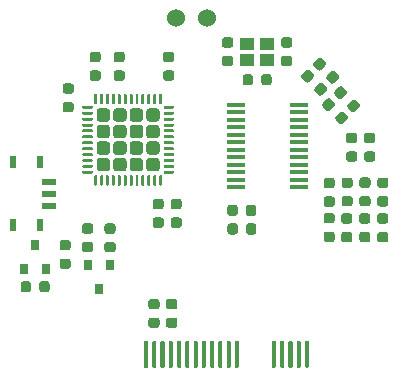
<source format=gbr>
%TF.GenerationSoftware,KiCad,Pcbnew,(5.1.6)-1*%
%TF.CreationDate,2020-12-07T17:57:15+08:00*%
%TF.ProjectId,A1.0,41312e30-2e6b-4696-9361-645f70636258,rev?*%
%TF.SameCoordinates,Original*%
%TF.FileFunction,Paste,Top*%
%TF.FilePolarity,Positive*%
%FSLAX46Y46*%
G04 Gerber Fmt 4.6, Leading zero omitted, Abs format (unit mm)*
G04 Created by KiCad (PCBNEW (5.1.6)-1) date 2020-12-07 17:57:15*
%MOMM*%
%LPD*%
G01*
G04 APERTURE LIST*
%ADD10R,1.150000X1.000000*%
%ADD11R,1.600000X0.410000*%
%ADD12R,0.500000X1.000000*%
%ADD13R,1.300000X0.500000*%
%ADD14R,0.800000X0.900000*%
%ADD15C,1.524000*%
G04 APERTURE END LIST*
%TO.C,C23*%
G36*
G01*
X40319708Y-18875316D02*
X39957316Y-19237709D01*
G75*
G02*
X39647956Y-19237709I-154680J154680D01*
G01*
X39338597Y-18928350D01*
G75*
G02*
X39338597Y-18618990I154680J154680D01*
G01*
X39700990Y-18256597D01*
G75*
G02*
X40010350Y-18256597I154680J-154680D01*
G01*
X40319709Y-18565956D01*
G75*
G02*
X40319709Y-18875316I-154680J-154680D01*
G01*
G37*
G36*
G01*
X41433402Y-19989010D02*
X41071010Y-20351403D01*
G75*
G02*
X40761650Y-20351403I-154680J154680D01*
G01*
X40452291Y-20042044D01*
G75*
G02*
X40452291Y-19732684I154680J154680D01*
G01*
X40814684Y-19370291D01*
G75*
G02*
X41124044Y-19370291I154680J-154680D01*
G01*
X41433403Y-19679650D01*
G75*
G02*
X41433403Y-19989010I-154680J-154680D01*
G01*
G37*
%TD*%
%TO.C,J4*%
G36*
G01*
X38905500Y-43353500D02*
X38905500Y-41228500D01*
G75*
G02*
X38993000Y-41141000I87500J0D01*
G01*
X39168000Y-41141000D01*
G75*
G02*
X39255500Y-41228500I0J-87500D01*
G01*
X39255500Y-43353500D01*
G75*
G02*
X39168000Y-43441000I-87500J0D01*
G01*
X38993000Y-43441000D01*
G75*
G02*
X38905500Y-43353500I0J87500D01*
G01*
G37*
G36*
G01*
X38205500Y-43353500D02*
X38205500Y-41228500D01*
G75*
G02*
X38293000Y-41141000I87500J0D01*
G01*
X38468000Y-41141000D01*
G75*
G02*
X38555500Y-41228500I0J-87500D01*
G01*
X38555500Y-43353500D01*
G75*
G02*
X38468000Y-43441000I-87500J0D01*
G01*
X38293000Y-43441000D01*
G75*
G02*
X38205500Y-43353500I0J87500D01*
G01*
G37*
G36*
G01*
X37505500Y-43353500D02*
X37505500Y-41228500D01*
G75*
G02*
X37593000Y-41141000I87500J0D01*
G01*
X37768000Y-41141000D01*
G75*
G02*
X37855500Y-41228500I0J-87500D01*
G01*
X37855500Y-43353500D01*
G75*
G02*
X37768000Y-43441000I-87500J0D01*
G01*
X37593000Y-43441000D01*
G75*
G02*
X37505500Y-43353500I0J87500D01*
G01*
G37*
G36*
G01*
X39605500Y-43353500D02*
X39605500Y-41228500D01*
G75*
G02*
X39693000Y-41141000I87500J0D01*
G01*
X39868000Y-41141000D01*
G75*
G02*
X39955500Y-41228500I0J-87500D01*
G01*
X39955500Y-43353500D01*
G75*
G02*
X39868000Y-43441000I-87500J0D01*
G01*
X39693000Y-43441000D01*
G75*
G02*
X39605500Y-43353500I0J87500D01*
G01*
G37*
G36*
G01*
X36805500Y-43353500D02*
X36805500Y-41228500D01*
G75*
G02*
X36893000Y-41141000I87500J0D01*
G01*
X37068000Y-41141000D01*
G75*
G02*
X37155500Y-41228500I0J-87500D01*
G01*
X37155500Y-43353500D01*
G75*
G02*
X37068000Y-43441000I-87500J0D01*
G01*
X36893000Y-43441000D01*
G75*
G02*
X36805500Y-43353500I0J87500D01*
G01*
G37*
%TD*%
%TO.C,J1*%
G36*
G01*
X33675000Y-43362500D02*
X33675000Y-41237500D01*
G75*
G02*
X33762500Y-41150000I87500J0D01*
G01*
X33937500Y-41150000D01*
G75*
G02*
X34025000Y-41237500I0J-87500D01*
G01*
X34025000Y-43362500D01*
G75*
G02*
X33937500Y-43450000I-87500J0D01*
G01*
X33762500Y-43450000D01*
G75*
G02*
X33675000Y-43362500I0J87500D01*
G01*
G37*
G36*
G01*
X32975000Y-43362500D02*
X32975000Y-41237500D01*
G75*
G02*
X33062500Y-41150000I87500J0D01*
G01*
X33237500Y-41150000D01*
G75*
G02*
X33325000Y-41237500I0J-87500D01*
G01*
X33325000Y-43362500D01*
G75*
G02*
X33237500Y-43450000I-87500J0D01*
G01*
X33062500Y-43450000D01*
G75*
G02*
X32975000Y-43362500I0J87500D01*
G01*
G37*
G36*
G01*
X32275000Y-43362500D02*
X32275000Y-41237500D01*
G75*
G02*
X32362500Y-41150000I87500J0D01*
G01*
X32537500Y-41150000D01*
G75*
G02*
X32625000Y-41237500I0J-87500D01*
G01*
X32625000Y-43362500D01*
G75*
G02*
X32537500Y-43450000I-87500J0D01*
G01*
X32362500Y-43450000D01*
G75*
G02*
X32275000Y-43362500I0J87500D01*
G01*
G37*
G36*
G01*
X31575000Y-43362500D02*
X31575000Y-41237500D01*
G75*
G02*
X31662500Y-41150000I87500J0D01*
G01*
X31837500Y-41150000D01*
G75*
G02*
X31925000Y-41237500I0J-87500D01*
G01*
X31925000Y-43362500D01*
G75*
G02*
X31837500Y-43450000I-87500J0D01*
G01*
X31662500Y-43450000D01*
G75*
G02*
X31575000Y-43362500I0J87500D01*
G01*
G37*
G36*
G01*
X30875000Y-43362500D02*
X30875000Y-41237500D01*
G75*
G02*
X30962500Y-41150000I87500J0D01*
G01*
X31137500Y-41150000D01*
G75*
G02*
X31225000Y-41237500I0J-87500D01*
G01*
X31225000Y-43362500D01*
G75*
G02*
X31137500Y-43450000I-87500J0D01*
G01*
X30962500Y-43450000D01*
G75*
G02*
X30875000Y-43362500I0J87500D01*
G01*
G37*
G36*
G01*
X25975000Y-43362500D02*
X25975000Y-41237500D01*
G75*
G02*
X26062500Y-41150000I87500J0D01*
G01*
X26237500Y-41150000D01*
G75*
G02*
X26325000Y-41237500I0J-87500D01*
G01*
X26325000Y-43362500D01*
G75*
G02*
X26237500Y-43450000I-87500J0D01*
G01*
X26062500Y-43450000D01*
G75*
G02*
X25975000Y-43362500I0J87500D01*
G01*
G37*
G36*
G01*
X26675000Y-43362500D02*
X26675000Y-41237500D01*
G75*
G02*
X26762500Y-41150000I87500J0D01*
G01*
X26937500Y-41150000D01*
G75*
G02*
X27025000Y-41237500I0J-87500D01*
G01*
X27025000Y-43362500D01*
G75*
G02*
X26937500Y-43450000I-87500J0D01*
G01*
X26762500Y-43450000D01*
G75*
G02*
X26675000Y-43362500I0J87500D01*
G01*
G37*
G36*
G01*
X27375000Y-43362500D02*
X27375000Y-41237500D01*
G75*
G02*
X27462500Y-41150000I87500J0D01*
G01*
X27637500Y-41150000D01*
G75*
G02*
X27725000Y-41237500I0J-87500D01*
G01*
X27725000Y-43362500D01*
G75*
G02*
X27637500Y-43450000I-87500J0D01*
G01*
X27462500Y-43450000D01*
G75*
G02*
X27375000Y-43362500I0J87500D01*
G01*
G37*
G36*
G01*
X28075000Y-43362500D02*
X28075000Y-41237500D01*
G75*
G02*
X28162500Y-41150000I87500J0D01*
G01*
X28337500Y-41150000D01*
G75*
G02*
X28425000Y-41237500I0J-87500D01*
G01*
X28425000Y-43362500D01*
G75*
G02*
X28337500Y-43450000I-87500J0D01*
G01*
X28162500Y-43450000D01*
G75*
G02*
X28075000Y-43362500I0J87500D01*
G01*
G37*
G36*
G01*
X28775000Y-43362500D02*
X28775000Y-41237500D01*
G75*
G02*
X28862500Y-41150000I87500J0D01*
G01*
X29037500Y-41150000D01*
G75*
G02*
X29125000Y-41237500I0J-87500D01*
G01*
X29125000Y-43362500D01*
G75*
G02*
X29037500Y-43450000I-87500J0D01*
G01*
X28862500Y-43450000D01*
G75*
G02*
X28775000Y-43362500I0J87500D01*
G01*
G37*
G36*
G01*
X30175000Y-43362500D02*
X30175000Y-41237500D01*
G75*
G02*
X30262500Y-41150000I87500J0D01*
G01*
X30437500Y-41150000D01*
G75*
G02*
X30525000Y-41237500I0J-87500D01*
G01*
X30525000Y-43362500D01*
G75*
G02*
X30437500Y-43450000I-87500J0D01*
G01*
X30262500Y-43450000D01*
G75*
G02*
X30175000Y-43362500I0J87500D01*
G01*
G37*
G36*
G01*
X29475000Y-43362500D02*
X29475000Y-41237500D01*
G75*
G02*
X29562500Y-41150000I87500J0D01*
G01*
X29737500Y-41150000D01*
G75*
G02*
X29825000Y-41237500I0J-87500D01*
G01*
X29825000Y-43362500D01*
G75*
G02*
X29737500Y-43450000I-87500J0D01*
G01*
X29562500Y-43450000D01*
G75*
G02*
X29475000Y-43362500I0J87500D01*
G01*
G37*
%TD*%
D10*
%TO.C,Y1*%
X34679000Y-15980000D03*
X36429000Y-15980000D03*
X36429000Y-17380000D03*
X34679000Y-17380000D03*
%TD*%
D11*
%TO.C,U3*%
X39103300Y-21145500D03*
X39103300Y-21780500D03*
X39103300Y-22415500D03*
X39103300Y-23050500D03*
X39103300Y-26225500D03*
X39103300Y-26860500D03*
X39103300Y-27495500D03*
X39103300Y-28130500D03*
X33794700Y-28130500D03*
X33794700Y-27495500D03*
X33794700Y-26860500D03*
X33794700Y-26225500D03*
X33794700Y-23050500D03*
X33794700Y-22415500D03*
X33794700Y-21780500D03*
X33794700Y-21145500D03*
X33794700Y-23685500D03*
X33794700Y-24320500D03*
X39103300Y-24320500D03*
X39103300Y-23685500D03*
X33794700Y-24955500D03*
X33794700Y-25590500D03*
X39103300Y-24955500D03*
X39103300Y-25590500D03*
%TD*%
D12*
%TO.C,SW1*%
X14859000Y-31369000D03*
X14858500Y-26035000D03*
X17208500Y-31369000D03*
X17208500Y-26035000D03*
D13*
X17970500Y-27702000D03*
X17970500Y-29702000D03*
X17970500Y-28702000D03*
%TD*%
%TO.C,R8*%
G36*
G01*
X43402250Y-31234000D02*
X42889750Y-31234000D01*
G75*
G02*
X42671000Y-31015250I0J218750D01*
G01*
X42671000Y-30577750D01*
G75*
G02*
X42889750Y-30359000I218750J0D01*
G01*
X43402250Y-30359000D01*
G75*
G02*
X43621000Y-30577750I0J-218750D01*
G01*
X43621000Y-31015250D01*
G75*
G02*
X43402250Y-31234000I-218750J0D01*
G01*
G37*
G36*
G01*
X43402250Y-32809000D02*
X42889750Y-32809000D01*
G75*
G02*
X42671000Y-32590250I0J218750D01*
G01*
X42671000Y-32152750D01*
G75*
G02*
X42889750Y-31934000I218750J0D01*
G01*
X43402250Y-31934000D01*
G75*
G02*
X43621000Y-32152750I0J-218750D01*
G01*
X43621000Y-32590250D01*
G75*
G02*
X43402250Y-32809000I-218750J0D01*
G01*
G37*
%TD*%
%TO.C,R7*%
G36*
G01*
X44942250Y-28194000D02*
X44429750Y-28194000D01*
G75*
G02*
X44211000Y-27975250I0J218750D01*
G01*
X44211000Y-27537750D01*
G75*
G02*
X44429750Y-27319000I218750J0D01*
G01*
X44942250Y-27319000D01*
G75*
G02*
X45161000Y-27537750I0J-218750D01*
G01*
X45161000Y-27975250D01*
G75*
G02*
X44942250Y-28194000I-218750J0D01*
G01*
G37*
G36*
G01*
X44942250Y-29769000D02*
X44429750Y-29769000D01*
G75*
G02*
X44211000Y-29550250I0J218750D01*
G01*
X44211000Y-29112750D01*
G75*
G02*
X44429750Y-28894000I218750J0D01*
G01*
X44942250Y-28894000D01*
G75*
G02*
X45161000Y-29112750I0J-218750D01*
G01*
X45161000Y-29550250D01*
G75*
G02*
X44942250Y-29769000I-218750J0D01*
G01*
G37*
%TD*%
%TO.C,R6*%
G36*
G01*
X45939750Y-31934000D02*
X46452250Y-31934000D01*
G75*
G02*
X46671000Y-32152750I0J-218750D01*
G01*
X46671000Y-32590250D01*
G75*
G02*
X46452250Y-32809000I-218750J0D01*
G01*
X45939750Y-32809000D01*
G75*
G02*
X45721000Y-32590250I0J218750D01*
G01*
X45721000Y-32152750D01*
G75*
G02*
X45939750Y-31934000I218750J0D01*
G01*
G37*
G36*
G01*
X45939750Y-30359000D02*
X46452250Y-30359000D01*
G75*
G02*
X46671000Y-30577750I0J-218750D01*
G01*
X46671000Y-31015250D01*
G75*
G02*
X46452250Y-31234000I-218750J0D01*
G01*
X45939750Y-31234000D01*
G75*
G02*
X45721000Y-31015250I0J218750D01*
G01*
X45721000Y-30577750D01*
G75*
G02*
X45939750Y-30359000I218750J0D01*
G01*
G37*
%TD*%
%TO.C,R5*%
G36*
G01*
X35910000Y-19306250D02*
X35910000Y-18793750D01*
G75*
G02*
X36128750Y-18575000I218750J0D01*
G01*
X36566250Y-18575000D01*
G75*
G02*
X36785000Y-18793750I0J-218750D01*
G01*
X36785000Y-19306250D01*
G75*
G02*
X36566250Y-19525000I-218750J0D01*
G01*
X36128750Y-19525000D01*
G75*
G02*
X35910000Y-19306250I0J218750D01*
G01*
G37*
G36*
G01*
X34335000Y-19306250D02*
X34335000Y-18793750D01*
G75*
G02*
X34553750Y-18575000I218750J0D01*
G01*
X34991250Y-18575000D01*
G75*
G02*
X35210000Y-18793750I0J-218750D01*
G01*
X35210000Y-19306250D01*
G75*
G02*
X34991250Y-19525000I-218750J0D01*
G01*
X34553750Y-19525000D01*
G75*
G02*
X34335000Y-19306250I0J218750D01*
G01*
G37*
%TD*%
%TO.C,C22*%
G36*
G01*
X41335708Y-17859316D02*
X40973316Y-18221709D01*
G75*
G02*
X40663956Y-18221709I-154680J154680D01*
G01*
X40354597Y-17912350D01*
G75*
G02*
X40354597Y-17602990I154680J154680D01*
G01*
X40716990Y-17240597D01*
G75*
G02*
X41026350Y-17240597I154680J-154680D01*
G01*
X41335709Y-17549956D01*
G75*
G02*
X41335709Y-17859316I-154680J-154680D01*
G01*
G37*
G36*
G01*
X42449402Y-18973010D02*
X42087010Y-19335403D01*
G75*
G02*
X41777650Y-19335403I-154680J154680D01*
G01*
X41468291Y-19026044D01*
G75*
G02*
X41468291Y-18716684I154680J154680D01*
G01*
X41830684Y-18354291D01*
G75*
G02*
X42140044Y-18354291I154680J-154680D01*
G01*
X42449403Y-18663650D01*
G75*
G02*
X42449403Y-18973010I-154680J-154680D01*
G01*
G37*
%TD*%
%TO.C,C21*%
G36*
G01*
X42097708Y-21288316D02*
X41735316Y-21650709D01*
G75*
G02*
X41425956Y-21650709I-154680J154680D01*
G01*
X41116597Y-21341350D01*
G75*
G02*
X41116597Y-21031990I154680J154680D01*
G01*
X41478990Y-20669597D01*
G75*
G02*
X41788350Y-20669597I154680J-154680D01*
G01*
X42097709Y-20978956D01*
G75*
G02*
X42097709Y-21288316I-154680J-154680D01*
G01*
G37*
G36*
G01*
X43211402Y-22402010D02*
X42849010Y-22764403D01*
G75*
G02*
X42539650Y-22764403I-154680J154680D01*
G01*
X42230291Y-22455044D01*
G75*
G02*
X42230291Y-22145684I154680J154680D01*
G01*
X42592684Y-21783291D01*
G75*
G02*
X42902044Y-21783291I154680J-154680D01*
G01*
X43211403Y-22092650D01*
G75*
G02*
X43211403Y-22402010I-154680J-154680D01*
G01*
G37*
%TD*%
%TO.C,C20*%
G36*
G01*
X41399750Y-31914000D02*
X41912250Y-31914000D01*
G75*
G02*
X42131000Y-32132750I0J-218750D01*
G01*
X42131000Y-32570250D01*
G75*
G02*
X41912250Y-32789000I-218750J0D01*
G01*
X41399750Y-32789000D01*
G75*
G02*
X41181000Y-32570250I0J218750D01*
G01*
X41181000Y-32132750D01*
G75*
G02*
X41399750Y-31914000I218750J0D01*
G01*
G37*
G36*
G01*
X41399750Y-30339000D02*
X41912250Y-30339000D01*
G75*
G02*
X42131000Y-30557750I0J-218750D01*
G01*
X42131000Y-30995250D01*
G75*
G02*
X41912250Y-31214000I-218750J0D01*
G01*
X41399750Y-31214000D01*
G75*
G02*
X41181000Y-30995250I0J218750D01*
G01*
X41181000Y-30557750D01*
G75*
G02*
X41399750Y-30339000I218750J0D01*
G01*
G37*
%TD*%
%TO.C,C19*%
G36*
G01*
X43113708Y-20272316D02*
X42751316Y-20634709D01*
G75*
G02*
X42441956Y-20634709I-154680J154680D01*
G01*
X42132597Y-20325350D01*
G75*
G02*
X42132597Y-20015990I154680J154680D01*
G01*
X42494990Y-19653597D01*
G75*
G02*
X42804350Y-19653597I154680J-154680D01*
G01*
X43113709Y-19962956D01*
G75*
G02*
X43113709Y-20272316I-154680J-154680D01*
G01*
G37*
G36*
G01*
X44227402Y-21386010D02*
X43865010Y-21748403D01*
G75*
G02*
X43555650Y-21748403I-154680J154680D01*
G01*
X43246291Y-21439044D01*
G75*
G02*
X43246291Y-21129684I154680J154680D01*
G01*
X43608684Y-20767291D01*
G75*
G02*
X43918044Y-20767291I154680J-154680D01*
G01*
X44227403Y-21076650D01*
G75*
G02*
X44227403Y-21386010I-154680J-154680D01*
G01*
G37*
%TD*%
%TO.C,C18*%
G36*
G01*
X44419750Y-31924000D02*
X44932250Y-31924000D01*
G75*
G02*
X45151000Y-32142750I0J-218750D01*
G01*
X45151000Y-32580250D01*
G75*
G02*
X44932250Y-32799000I-218750J0D01*
G01*
X44419750Y-32799000D01*
G75*
G02*
X44201000Y-32580250I0J218750D01*
G01*
X44201000Y-32142750D01*
G75*
G02*
X44419750Y-31924000I218750J0D01*
G01*
G37*
G36*
G01*
X44419750Y-30349000D02*
X44932250Y-30349000D01*
G75*
G02*
X45151000Y-30567750I0J-218750D01*
G01*
X45151000Y-31005250D01*
G75*
G02*
X44932250Y-31224000I-218750J0D01*
G01*
X44419750Y-31224000D01*
G75*
G02*
X44201000Y-31005250I0J218750D01*
G01*
X44201000Y-30567750D01*
G75*
G02*
X44419750Y-30349000I218750J0D01*
G01*
G37*
%TD*%
%TO.C,C17*%
G36*
G01*
X45341250Y-24415000D02*
X44828750Y-24415000D01*
G75*
G02*
X44610000Y-24196250I0J218750D01*
G01*
X44610000Y-23758750D01*
G75*
G02*
X44828750Y-23540000I218750J0D01*
G01*
X45341250Y-23540000D01*
G75*
G02*
X45560000Y-23758750I0J-218750D01*
G01*
X45560000Y-24196250D01*
G75*
G02*
X45341250Y-24415000I-218750J0D01*
G01*
G37*
G36*
G01*
X45341250Y-25990000D02*
X44828750Y-25990000D01*
G75*
G02*
X44610000Y-25771250I0J218750D01*
G01*
X44610000Y-25333750D01*
G75*
G02*
X44828750Y-25115000I218750J0D01*
G01*
X45341250Y-25115000D01*
G75*
G02*
X45560000Y-25333750I0J-218750D01*
G01*
X45560000Y-25771250D01*
G75*
G02*
X45341250Y-25990000I-218750J0D01*
G01*
G37*
%TD*%
%TO.C,C16*%
G36*
G01*
X32797750Y-17030000D02*
X33310250Y-17030000D01*
G75*
G02*
X33529000Y-17248750I0J-218750D01*
G01*
X33529000Y-17686250D01*
G75*
G02*
X33310250Y-17905000I-218750J0D01*
G01*
X32797750Y-17905000D01*
G75*
G02*
X32579000Y-17686250I0J218750D01*
G01*
X32579000Y-17248750D01*
G75*
G02*
X32797750Y-17030000I218750J0D01*
G01*
G37*
G36*
G01*
X32797750Y-15455000D02*
X33310250Y-15455000D01*
G75*
G02*
X33529000Y-15673750I0J-218750D01*
G01*
X33529000Y-16111250D01*
G75*
G02*
X33310250Y-16330000I-218750J0D01*
G01*
X32797750Y-16330000D01*
G75*
G02*
X32579000Y-16111250I0J218750D01*
G01*
X32579000Y-15673750D01*
G75*
G02*
X32797750Y-15455000I218750J0D01*
G01*
G37*
%TD*%
%TO.C,C15*%
G36*
G01*
X38310250Y-16330000D02*
X37797750Y-16330000D01*
G75*
G02*
X37579000Y-16111250I0J218750D01*
G01*
X37579000Y-15673750D01*
G75*
G02*
X37797750Y-15455000I218750J0D01*
G01*
X38310250Y-15455000D01*
G75*
G02*
X38529000Y-15673750I0J-218750D01*
G01*
X38529000Y-16111250D01*
G75*
G02*
X38310250Y-16330000I-218750J0D01*
G01*
G37*
G36*
G01*
X38310250Y-17905000D02*
X37797750Y-17905000D01*
G75*
G02*
X37579000Y-17686250I0J218750D01*
G01*
X37579000Y-17248750D01*
G75*
G02*
X37797750Y-17030000I218750J0D01*
G01*
X38310250Y-17030000D01*
G75*
G02*
X38529000Y-17248750I0J-218750D01*
G01*
X38529000Y-17686250D01*
G75*
G02*
X38310250Y-17905000I-218750J0D01*
G01*
G37*
%TD*%
%TO.C,C14*%
G36*
G01*
X43817250Y-24415000D02*
X43304750Y-24415000D01*
G75*
G02*
X43086000Y-24196250I0J218750D01*
G01*
X43086000Y-23758750D01*
G75*
G02*
X43304750Y-23540000I218750J0D01*
G01*
X43817250Y-23540000D01*
G75*
G02*
X44036000Y-23758750I0J-218750D01*
G01*
X44036000Y-24196250D01*
G75*
G02*
X43817250Y-24415000I-218750J0D01*
G01*
G37*
G36*
G01*
X43817250Y-25990000D02*
X43304750Y-25990000D01*
G75*
G02*
X43086000Y-25771250I0J218750D01*
G01*
X43086000Y-25333750D01*
G75*
G02*
X43304750Y-25115000I218750J0D01*
G01*
X43817250Y-25115000D01*
G75*
G02*
X44036000Y-25333750I0J-218750D01*
G01*
X44036000Y-25771250D01*
G75*
G02*
X43817250Y-25990000I-218750J0D01*
G01*
G37*
%TD*%
%TO.C,C13*%
G36*
G01*
X42923750Y-28899500D02*
X43436250Y-28899500D01*
G75*
G02*
X43655000Y-29118250I0J-218750D01*
G01*
X43655000Y-29555750D01*
G75*
G02*
X43436250Y-29774500I-218750J0D01*
G01*
X42923750Y-29774500D01*
G75*
G02*
X42705000Y-29555750I0J218750D01*
G01*
X42705000Y-29118250D01*
G75*
G02*
X42923750Y-28899500I218750J0D01*
G01*
G37*
G36*
G01*
X42923750Y-27324500D02*
X43436250Y-27324500D01*
G75*
G02*
X43655000Y-27543250I0J-218750D01*
G01*
X43655000Y-27980750D01*
G75*
G02*
X43436250Y-28199500I-218750J0D01*
G01*
X42923750Y-28199500D01*
G75*
G02*
X42705000Y-27980750I0J218750D01*
G01*
X42705000Y-27543250D01*
G75*
G02*
X42923750Y-27324500I218750J0D01*
G01*
G37*
%TD*%
%TO.C,C12*%
G36*
G01*
X41399750Y-28925000D02*
X41912250Y-28925000D01*
G75*
G02*
X42131000Y-29143750I0J-218750D01*
G01*
X42131000Y-29581250D01*
G75*
G02*
X41912250Y-29800000I-218750J0D01*
G01*
X41399750Y-29800000D01*
G75*
G02*
X41181000Y-29581250I0J218750D01*
G01*
X41181000Y-29143750D01*
G75*
G02*
X41399750Y-28925000I218750J0D01*
G01*
G37*
G36*
G01*
X41399750Y-27350000D02*
X41912250Y-27350000D01*
G75*
G02*
X42131000Y-27568750I0J-218750D01*
G01*
X42131000Y-28006250D01*
G75*
G02*
X41912250Y-28225000I-218750J0D01*
G01*
X41399750Y-28225000D01*
G75*
G02*
X41181000Y-28006250I0J218750D01*
G01*
X41181000Y-27568750D01*
G75*
G02*
X41399750Y-27350000I218750J0D01*
G01*
G37*
%TD*%
%TO.C,C11*%
G36*
G01*
X46462250Y-28204000D02*
X45949750Y-28204000D01*
G75*
G02*
X45731000Y-27985250I0J218750D01*
G01*
X45731000Y-27547750D01*
G75*
G02*
X45949750Y-27329000I218750J0D01*
G01*
X46462250Y-27329000D01*
G75*
G02*
X46681000Y-27547750I0J-218750D01*
G01*
X46681000Y-27985250D01*
G75*
G02*
X46462250Y-28204000I-218750J0D01*
G01*
G37*
G36*
G01*
X46462250Y-29779000D02*
X45949750Y-29779000D01*
G75*
G02*
X45731000Y-29560250I0J218750D01*
G01*
X45731000Y-29122750D01*
G75*
G02*
X45949750Y-28904000I218750J0D01*
G01*
X46462250Y-28904000D01*
G75*
G02*
X46681000Y-29122750I0J-218750D01*
G01*
X46681000Y-29560250D01*
G75*
G02*
X46462250Y-29779000I-218750J0D01*
G01*
G37*
%TD*%
%TO.C,C10*%
G36*
G01*
X34623000Y-31935250D02*
X34623000Y-31422750D01*
G75*
G02*
X34841750Y-31204000I218750J0D01*
G01*
X35279250Y-31204000D01*
G75*
G02*
X35498000Y-31422750I0J-218750D01*
G01*
X35498000Y-31935250D01*
G75*
G02*
X35279250Y-32154000I-218750J0D01*
G01*
X34841750Y-32154000D01*
G75*
G02*
X34623000Y-31935250I0J218750D01*
G01*
G37*
G36*
G01*
X33048000Y-31935250D02*
X33048000Y-31422750D01*
G75*
G02*
X33266750Y-31204000I218750J0D01*
G01*
X33704250Y-31204000D01*
G75*
G02*
X33923000Y-31422750I0J-218750D01*
G01*
X33923000Y-31935250D01*
G75*
G02*
X33704250Y-32154000I-218750J0D01*
G01*
X33266750Y-32154000D01*
G75*
G02*
X33048000Y-31935250I0J218750D01*
G01*
G37*
%TD*%
%TO.C,C9*%
G36*
G01*
X34613000Y-30365250D02*
X34613000Y-29852750D01*
G75*
G02*
X34831750Y-29634000I218750J0D01*
G01*
X35269250Y-29634000D01*
G75*
G02*
X35488000Y-29852750I0J-218750D01*
G01*
X35488000Y-30365250D01*
G75*
G02*
X35269250Y-30584000I-218750J0D01*
G01*
X34831750Y-30584000D01*
G75*
G02*
X34613000Y-30365250I0J218750D01*
G01*
G37*
G36*
G01*
X33038000Y-30365250D02*
X33038000Y-29852750D01*
G75*
G02*
X33256750Y-29634000I218750J0D01*
G01*
X33694250Y-29634000D01*
G75*
G02*
X33913000Y-29852750I0J-218750D01*
G01*
X33913000Y-30365250D01*
G75*
G02*
X33694250Y-30584000I-218750J0D01*
G01*
X33256750Y-30584000D01*
G75*
G02*
X33038000Y-30365250I0J218750D01*
G01*
G37*
%TD*%
D14*
%TO.C,U2*%
X16764000Y-33036000D03*
X17714000Y-35036000D03*
X15814000Y-35036000D03*
%TD*%
%TO.C,U1*%
G36*
G01*
X26173000Y-26545000D02*
X26173000Y-25915000D01*
G75*
G02*
X26423000Y-25665000I250000J0D01*
G01*
X27053000Y-25665000D01*
G75*
G02*
X27303000Y-25915000I0J-250000D01*
G01*
X27303000Y-26545000D01*
G75*
G02*
X27053000Y-26795000I-250000J0D01*
G01*
X26423000Y-26795000D01*
G75*
G02*
X26173000Y-26545000I0J250000D01*
G01*
G37*
G36*
G01*
X26173000Y-25145000D02*
X26173000Y-24515000D01*
G75*
G02*
X26423000Y-24265000I250000J0D01*
G01*
X27053000Y-24265000D01*
G75*
G02*
X27303000Y-24515000I0J-250000D01*
G01*
X27303000Y-25145000D01*
G75*
G02*
X27053000Y-25395000I-250000J0D01*
G01*
X26423000Y-25395000D01*
G75*
G02*
X26173000Y-25145000I0J250000D01*
G01*
G37*
G36*
G01*
X26173000Y-23745000D02*
X26173000Y-23115000D01*
G75*
G02*
X26423000Y-22865000I250000J0D01*
G01*
X27053000Y-22865000D01*
G75*
G02*
X27303000Y-23115000I0J-250000D01*
G01*
X27303000Y-23745000D01*
G75*
G02*
X27053000Y-23995000I-250000J0D01*
G01*
X26423000Y-23995000D01*
G75*
G02*
X26173000Y-23745000I0J250000D01*
G01*
G37*
G36*
G01*
X26173000Y-22345000D02*
X26173000Y-21715000D01*
G75*
G02*
X26423000Y-21465000I250000J0D01*
G01*
X27053000Y-21465000D01*
G75*
G02*
X27303000Y-21715000I0J-250000D01*
G01*
X27303000Y-22345000D01*
G75*
G02*
X27053000Y-22595000I-250000J0D01*
G01*
X26423000Y-22595000D01*
G75*
G02*
X26173000Y-22345000I0J250000D01*
G01*
G37*
G36*
G01*
X24773000Y-26545000D02*
X24773000Y-25915000D01*
G75*
G02*
X25023000Y-25665000I250000J0D01*
G01*
X25653000Y-25665000D01*
G75*
G02*
X25903000Y-25915000I0J-250000D01*
G01*
X25903000Y-26545000D01*
G75*
G02*
X25653000Y-26795000I-250000J0D01*
G01*
X25023000Y-26795000D01*
G75*
G02*
X24773000Y-26545000I0J250000D01*
G01*
G37*
G36*
G01*
X24773000Y-25145000D02*
X24773000Y-24515000D01*
G75*
G02*
X25023000Y-24265000I250000J0D01*
G01*
X25653000Y-24265000D01*
G75*
G02*
X25903000Y-24515000I0J-250000D01*
G01*
X25903000Y-25145000D01*
G75*
G02*
X25653000Y-25395000I-250000J0D01*
G01*
X25023000Y-25395000D01*
G75*
G02*
X24773000Y-25145000I0J250000D01*
G01*
G37*
G36*
G01*
X24773000Y-23745000D02*
X24773000Y-23115000D01*
G75*
G02*
X25023000Y-22865000I250000J0D01*
G01*
X25653000Y-22865000D01*
G75*
G02*
X25903000Y-23115000I0J-250000D01*
G01*
X25903000Y-23745000D01*
G75*
G02*
X25653000Y-23995000I-250000J0D01*
G01*
X25023000Y-23995000D01*
G75*
G02*
X24773000Y-23745000I0J250000D01*
G01*
G37*
G36*
G01*
X24773000Y-22345000D02*
X24773000Y-21715000D01*
G75*
G02*
X25023000Y-21465000I250000J0D01*
G01*
X25653000Y-21465000D01*
G75*
G02*
X25903000Y-21715000I0J-250000D01*
G01*
X25903000Y-22345000D01*
G75*
G02*
X25653000Y-22595000I-250000J0D01*
G01*
X25023000Y-22595000D01*
G75*
G02*
X24773000Y-22345000I0J250000D01*
G01*
G37*
G36*
G01*
X23373000Y-26545000D02*
X23373000Y-25915000D01*
G75*
G02*
X23623000Y-25665000I250000J0D01*
G01*
X24253000Y-25665000D01*
G75*
G02*
X24503000Y-25915000I0J-250000D01*
G01*
X24503000Y-26545000D01*
G75*
G02*
X24253000Y-26795000I-250000J0D01*
G01*
X23623000Y-26795000D01*
G75*
G02*
X23373000Y-26545000I0J250000D01*
G01*
G37*
G36*
G01*
X23373000Y-25145000D02*
X23373000Y-24515000D01*
G75*
G02*
X23623000Y-24265000I250000J0D01*
G01*
X24253000Y-24265000D01*
G75*
G02*
X24503000Y-24515000I0J-250000D01*
G01*
X24503000Y-25145000D01*
G75*
G02*
X24253000Y-25395000I-250000J0D01*
G01*
X23623000Y-25395000D01*
G75*
G02*
X23373000Y-25145000I0J250000D01*
G01*
G37*
G36*
G01*
X23373000Y-23745000D02*
X23373000Y-23115000D01*
G75*
G02*
X23623000Y-22865000I250000J0D01*
G01*
X24253000Y-22865000D01*
G75*
G02*
X24503000Y-23115000I0J-250000D01*
G01*
X24503000Y-23745000D01*
G75*
G02*
X24253000Y-23995000I-250000J0D01*
G01*
X23623000Y-23995000D01*
G75*
G02*
X23373000Y-23745000I0J250000D01*
G01*
G37*
G36*
G01*
X23373000Y-22345000D02*
X23373000Y-21715000D01*
G75*
G02*
X23623000Y-21465000I250000J0D01*
G01*
X24253000Y-21465000D01*
G75*
G02*
X24503000Y-21715000I0J-250000D01*
G01*
X24503000Y-22345000D01*
G75*
G02*
X24253000Y-22595000I-250000J0D01*
G01*
X23623000Y-22595000D01*
G75*
G02*
X23373000Y-22345000I0J250000D01*
G01*
G37*
G36*
G01*
X21973000Y-26545000D02*
X21973000Y-25915000D01*
G75*
G02*
X22223000Y-25665000I250000J0D01*
G01*
X22853000Y-25665000D01*
G75*
G02*
X23103000Y-25915000I0J-250000D01*
G01*
X23103000Y-26545000D01*
G75*
G02*
X22853000Y-26795000I-250000J0D01*
G01*
X22223000Y-26795000D01*
G75*
G02*
X21973000Y-26545000I0J250000D01*
G01*
G37*
G36*
G01*
X21973000Y-25145000D02*
X21973000Y-24515000D01*
G75*
G02*
X22223000Y-24265000I250000J0D01*
G01*
X22853000Y-24265000D01*
G75*
G02*
X23103000Y-24515000I0J-250000D01*
G01*
X23103000Y-25145000D01*
G75*
G02*
X22853000Y-25395000I-250000J0D01*
G01*
X22223000Y-25395000D01*
G75*
G02*
X21973000Y-25145000I0J250000D01*
G01*
G37*
G36*
G01*
X21973000Y-23745000D02*
X21973000Y-23115000D01*
G75*
G02*
X22223000Y-22865000I250000J0D01*
G01*
X22853000Y-22865000D01*
G75*
G02*
X23103000Y-23115000I0J-250000D01*
G01*
X23103000Y-23745000D01*
G75*
G02*
X22853000Y-23995000I-250000J0D01*
G01*
X22223000Y-23995000D01*
G75*
G02*
X21973000Y-23745000I0J250000D01*
G01*
G37*
G36*
G01*
X21973000Y-22345000D02*
X21973000Y-21715000D01*
G75*
G02*
X22223000Y-21465000I250000J0D01*
G01*
X22853000Y-21465000D01*
G75*
G02*
X23103000Y-21715000I0J-250000D01*
G01*
X23103000Y-22345000D01*
G75*
G02*
X22853000Y-22595000I-250000J0D01*
G01*
X22223000Y-22595000D01*
G75*
G02*
X21973000Y-22345000I0J250000D01*
G01*
G37*
G36*
G01*
X21763000Y-21067500D02*
X21763000Y-20317500D01*
G75*
G02*
X21825500Y-20255000I62500J0D01*
G01*
X21950500Y-20255000D01*
G75*
G02*
X22013000Y-20317500I0J-62500D01*
G01*
X22013000Y-21067500D01*
G75*
G02*
X21950500Y-21130000I-62500J0D01*
G01*
X21825500Y-21130000D01*
G75*
G02*
X21763000Y-21067500I0J62500D01*
G01*
G37*
G36*
G01*
X22263000Y-21067500D02*
X22263000Y-20317500D01*
G75*
G02*
X22325500Y-20255000I62500J0D01*
G01*
X22450500Y-20255000D01*
G75*
G02*
X22513000Y-20317500I0J-62500D01*
G01*
X22513000Y-21067500D01*
G75*
G02*
X22450500Y-21130000I-62500J0D01*
G01*
X22325500Y-21130000D01*
G75*
G02*
X22263000Y-21067500I0J62500D01*
G01*
G37*
G36*
G01*
X22763000Y-21067500D02*
X22763000Y-20317500D01*
G75*
G02*
X22825500Y-20255000I62500J0D01*
G01*
X22950500Y-20255000D01*
G75*
G02*
X23013000Y-20317500I0J-62500D01*
G01*
X23013000Y-21067500D01*
G75*
G02*
X22950500Y-21130000I-62500J0D01*
G01*
X22825500Y-21130000D01*
G75*
G02*
X22763000Y-21067500I0J62500D01*
G01*
G37*
G36*
G01*
X23263000Y-21067500D02*
X23263000Y-20317500D01*
G75*
G02*
X23325500Y-20255000I62500J0D01*
G01*
X23450500Y-20255000D01*
G75*
G02*
X23513000Y-20317500I0J-62500D01*
G01*
X23513000Y-21067500D01*
G75*
G02*
X23450500Y-21130000I-62500J0D01*
G01*
X23325500Y-21130000D01*
G75*
G02*
X23263000Y-21067500I0J62500D01*
G01*
G37*
G36*
G01*
X23763000Y-21067500D02*
X23763000Y-20317500D01*
G75*
G02*
X23825500Y-20255000I62500J0D01*
G01*
X23950500Y-20255000D01*
G75*
G02*
X24013000Y-20317500I0J-62500D01*
G01*
X24013000Y-21067500D01*
G75*
G02*
X23950500Y-21130000I-62500J0D01*
G01*
X23825500Y-21130000D01*
G75*
G02*
X23763000Y-21067500I0J62500D01*
G01*
G37*
G36*
G01*
X24263000Y-21067500D02*
X24263000Y-20317500D01*
G75*
G02*
X24325500Y-20255000I62500J0D01*
G01*
X24450500Y-20255000D01*
G75*
G02*
X24513000Y-20317500I0J-62500D01*
G01*
X24513000Y-21067500D01*
G75*
G02*
X24450500Y-21130000I-62500J0D01*
G01*
X24325500Y-21130000D01*
G75*
G02*
X24263000Y-21067500I0J62500D01*
G01*
G37*
G36*
G01*
X24763000Y-21067500D02*
X24763000Y-20317500D01*
G75*
G02*
X24825500Y-20255000I62500J0D01*
G01*
X24950500Y-20255000D01*
G75*
G02*
X25013000Y-20317500I0J-62500D01*
G01*
X25013000Y-21067500D01*
G75*
G02*
X24950500Y-21130000I-62500J0D01*
G01*
X24825500Y-21130000D01*
G75*
G02*
X24763000Y-21067500I0J62500D01*
G01*
G37*
G36*
G01*
X25263000Y-21067500D02*
X25263000Y-20317500D01*
G75*
G02*
X25325500Y-20255000I62500J0D01*
G01*
X25450500Y-20255000D01*
G75*
G02*
X25513000Y-20317500I0J-62500D01*
G01*
X25513000Y-21067500D01*
G75*
G02*
X25450500Y-21130000I-62500J0D01*
G01*
X25325500Y-21130000D01*
G75*
G02*
X25263000Y-21067500I0J62500D01*
G01*
G37*
G36*
G01*
X25763000Y-21067500D02*
X25763000Y-20317500D01*
G75*
G02*
X25825500Y-20255000I62500J0D01*
G01*
X25950500Y-20255000D01*
G75*
G02*
X26013000Y-20317500I0J-62500D01*
G01*
X26013000Y-21067500D01*
G75*
G02*
X25950500Y-21130000I-62500J0D01*
G01*
X25825500Y-21130000D01*
G75*
G02*
X25763000Y-21067500I0J62500D01*
G01*
G37*
G36*
G01*
X26263000Y-21067500D02*
X26263000Y-20317500D01*
G75*
G02*
X26325500Y-20255000I62500J0D01*
G01*
X26450500Y-20255000D01*
G75*
G02*
X26513000Y-20317500I0J-62500D01*
G01*
X26513000Y-21067500D01*
G75*
G02*
X26450500Y-21130000I-62500J0D01*
G01*
X26325500Y-21130000D01*
G75*
G02*
X26263000Y-21067500I0J62500D01*
G01*
G37*
G36*
G01*
X26763000Y-21067500D02*
X26763000Y-20317500D01*
G75*
G02*
X26825500Y-20255000I62500J0D01*
G01*
X26950500Y-20255000D01*
G75*
G02*
X27013000Y-20317500I0J-62500D01*
G01*
X27013000Y-21067500D01*
G75*
G02*
X26950500Y-21130000I-62500J0D01*
G01*
X26825500Y-21130000D01*
G75*
G02*
X26763000Y-21067500I0J62500D01*
G01*
G37*
G36*
G01*
X27263000Y-21067500D02*
X27263000Y-20317500D01*
G75*
G02*
X27325500Y-20255000I62500J0D01*
G01*
X27450500Y-20255000D01*
G75*
G02*
X27513000Y-20317500I0J-62500D01*
G01*
X27513000Y-21067500D01*
G75*
G02*
X27450500Y-21130000I-62500J0D01*
G01*
X27325500Y-21130000D01*
G75*
G02*
X27263000Y-21067500I0J62500D01*
G01*
G37*
G36*
G01*
X27638000Y-21442500D02*
X27638000Y-21317500D01*
G75*
G02*
X27700500Y-21255000I62500J0D01*
G01*
X28450500Y-21255000D01*
G75*
G02*
X28513000Y-21317500I0J-62500D01*
G01*
X28513000Y-21442500D01*
G75*
G02*
X28450500Y-21505000I-62500J0D01*
G01*
X27700500Y-21505000D01*
G75*
G02*
X27638000Y-21442500I0J62500D01*
G01*
G37*
G36*
G01*
X27638000Y-21942500D02*
X27638000Y-21817500D01*
G75*
G02*
X27700500Y-21755000I62500J0D01*
G01*
X28450500Y-21755000D01*
G75*
G02*
X28513000Y-21817500I0J-62500D01*
G01*
X28513000Y-21942500D01*
G75*
G02*
X28450500Y-22005000I-62500J0D01*
G01*
X27700500Y-22005000D01*
G75*
G02*
X27638000Y-21942500I0J62500D01*
G01*
G37*
G36*
G01*
X27638000Y-22442500D02*
X27638000Y-22317500D01*
G75*
G02*
X27700500Y-22255000I62500J0D01*
G01*
X28450500Y-22255000D01*
G75*
G02*
X28513000Y-22317500I0J-62500D01*
G01*
X28513000Y-22442500D01*
G75*
G02*
X28450500Y-22505000I-62500J0D01*
G01*
X27700500Y-22505000D01*
G75*
G02*
X27638000Y-22442500I0J62500D01*
G01*
G37*
G36*
G01*
X27638000Y-22942500D02*
X27638000Y-22817500D01*
G75*
G02*
X27700500Y-22755000I62500J0D01*
G01*
X28450500Y-22755000D01*
G75*
G02*
X28513000Y-22817500I0J-62500D01*
G01*
X28513000Y-22942500D01*
G75*
G02*
X28450500Y-23005000I-62500J0D01*
G01*
X27700500Y-23005000D01*
G75*
G02*
X27638000Y-22942500I0J62500D01*
G01*
G37*
G36*
G01*
X27638000Y-23442500D02*
X27638000Y-23317500D01*
G75*
G02*
X27700500Y-23255000I62500J0D01*
G01*
X28450500Y-23255000D01*
G75*
G02*
X28513000Y-23317500I0J-62500D01*
G01*
X28513000Y-23442500D01*
G75*
G02*
X28450500Y-23505000I-62500J0D01*
G01*
X27700500Y-23505000D01*
G75*
G02*
X27638000Y-23442500I0J62500D01*
G01*
G37*
G36*
G01*
X27638000Y-23942500D02*
X27638000Y-23817500D01*
G75*
G02*
X27700500Y-23755000I62500J0D01*
G01*
X28450500Y-23755000D01*
G75*
G02*
X28513000Y-23817500I0J-62500D01*
G01*
X28513000Y-23942500D01*
G75*
G02*
X28450500Y-24005000I-62500J0D01*
G01*
X27700500Y-24005000D01*
G75*
G02*
X27638000Y-23942500I0J62500D01*
G01*
G37*
G36*
G01*
X27638000Y-24442500D02*
X27638000Y-24317500D01*
G75*
G02*
X27700500Y-24255000I62500J0D01*
G01*
X28450500Y-24255000D01*
G75*
G02*
X28513000Y-24317500I0J-62500D01*
G01*
X28513000Y-24442500D01*
G75*
G02*
X28450500Y-24505000I-62500J0D01*
G01*
X27700500Y-24505000D01*
G75*
G02*
X27638000Y-24442500I0J62500D01*
G01*
G37*
G36*
G01*
X27638000Y-24942500D02*
X27638000Y-24817500D01*
G75*
G02*
X27700500Y-24755000I62500J0D01*
G01*
X28450500Y-24755000D01*
G75*
G02*
X28513000Y-24817500I0J-62500D01*
G01*
X28513000Y-24942500D01*
G75*
G02*
X28450500Y-25005000I-62500J0D01*
G01*
X27700500Y-25005000D01*
G75*
G02*
X27638000Y-24942500I0J62500D01*
G01*
G37*
G36*
G01*
X27638000Y-25442500D02*
X27638000Y-25317500D01*
G75*
G02*
X27700500Y-25255000I62500J0D01*
G01*
X28450500Y-25255000D01*
G75*
G02*
X28513000Y-25317500I0J-62500D01*
G01*
X28513000Y-25442500D01*
G75*
G02*
X28450500Y-25505000I-62500J0D01*
G01*
X27700500Y-25505000D01*
G75*
G02*
X27638000Y-25442500I0J62500D01*
G01*
G37*
G36*
G01*
X27638000Y-25942500D02*
X27638000Y-25817500D01*
G75*
G02*
X27700500Y-25755000I62500J0D01*
G01*
X28450500Y-25755000D01*
G75*
G02*
X28513000Y-25817500I0J-62500D01*
G01*
X28513000Y-25942500D01*
G75*
G02*
X28450500Y-26005000I-62500J0D01*
G01*
X27700500Y-26005000D01*
G75*
G02*
X27638000Y-25942500I0J62500D01*
G01*
G37*
G36*
G01*
X27638000Y-26442500D02*
X27638000Y-26317500D01*
G75*
G02*
X27700500Y-26255000I62500J0D01*
G01*
X28450500Y-26255000D01*
G75*
G02*
X28513000Y-26317500I0J-62500D01*
G01*
X28513000Y-26442500D01*
G75*
G02*
X28450500Y-26505000I-62500J0D01*
G01*
X27700500Y-26505000D01*
G75*
G02*
X27638000Y-26442500I0J62500D01*
G01*
G37*
G36*
G01*
X27638000Y-26942500D02*
X27638000Y-26817500D01*
G75*
G02*
X27700500Y-26755000I62500J0D01*
G01*
X28450500Y-26755000D01*
G75*
G02*
X28513000Y-26817500I0J-62500D01*
G01*
X28513000Y-26942500D01*
G75*
G02*
X28450500Y-27005000I-62500J0D01*
G01*
X27700500Y-27005000D01*
G75*
G02*
X27638000Y-26942500I0J62500D01*
G01*
G37*
G36*
G01*
X27263000Y-27942500D02*
X27263000Y-27192500D01*
G75*
G02*
X27325500Y-27130000I62500J0D01*
G01*
X27450500Y-27130000D01*
G75*
G02*
X27513000Y-27192500I0J-62500D01*
G01*
X27513000Y-27942500D01*
G75*
G02*
X27450500Y-28005000I-62500J0D01*
G01*
X27325500Y-28005000D01*
G75*
G02*
X27263000Y-27942500I0J62500D01*
G01*
G37*
G36*
G01*
X26763000Y-27942500D02*
X26763000Y-27192500D01*
G75*
G02*
X26825500Y-27130000I62500J0D01*
G01*
X26950500Y-27130000D01*
G75*
G02*
X27013000Y-27192500I0J-62500D01*
G01*
X27013000Y-27942500D01*
G75*
G02*
X26950500Y-28005000I-62500J0D01*
G01*
X26825500Y-28005000D01*
G75*
G02*
X26763000Y-27942500I0J62500D01*
G01*
G37*
G36*
G01*
X26263000Y-27942500D02*
X26263000Y-27192500D01*
G75*
G02*
X26325500Y-27130000I62500J0D01*
G01*
X26450500Y-27130000D01*
G75*
G02*
X26513000Y-27192500I0J-62500D01*
G01*
X26513000Y-27942500D01*
G75*
G02*
X26450500Y-28005000I-62500J0D01*
G01*
X26325500Y-28005000D01*
G75*
G02*
X26263000Y-27942500I0J62500D01*
G01*
G37*
G36*
G01*
X25763000Y-27942500D02*
X25763000Y-27192500D01*
G75*
G02*
X25825500Y-27130000I62500J0D01*
G01*
X25950500Y-27130000D01*
G75*
G02*
X26013000Y-27192500I0J-62500D01*
G01*
X26013000Y-27942500D01*
G75*
G02*
X25950500Y-28005000I-62500J0D01*
G01*
X25825500Y-28005000D01*
G75*
G02*
X25763000Y-27942500I0J62500D01*
G01*
G37*
G36*
G01*
X25263000Y-27942500D02*
X25263000Y-27192500D01*
G75*
G02*
X25325500Y-27130000I62500J0D01*
G01*
X25450500Y-27130000D01*
G75*
G02*
X25513000Y-27192500I0J-62500D01*
G01*
X25513000Y-27942500D01*
G75*
G02*
X25450500Y-28005000I-62500J0D01*
G01*
X25325500Y-28005000D01*
G75*
G02*
X25263000Y-27942500I0J62500D01*
G01*
G37*
G36*
G01*
X24763000Y-27942500D02*
X24763000Y-27192500D01*
G75*
G02*
X24825500Y-27130000I62500J0D01*
G01*
X24950500Y-27130000D01*
G75*
G02*
X25013000Y-27192500I0J-62500D01*
G01*
X25013000Y-27942500D01*
G75*
G02*
X24950500Y-28005000I-62500J0D01*
G01*
X24825500Y-28005000D01*
G75*
G02*
X24763000Y-27942500I0J62500D01*
G01*
G37*
G36*
G01*
X24263000Y-27942500D02*
X24263000Y-27192500D01*
G75*
G02*
X24325500Y-27130000I62500J0D01*
G01*
X24450500Y-27130000D01*
G75*
G02*
X24513000Y-27192500I0J-62500D01*
G01*
X24513000Y-27942500D01*
G75*
G02*
X24450500Y-28005000I-62500J0D01*
G01*
X24325500Y-28005000D01*
G75*
G02*
X24263000Y-27942500I0J62500D01*
G01*
G37*
G36*
G01*
X23763000Y-27942500D02*
X23763000Y-27192500D01*
G75*
G02*
X23825500Y-27130000I62500J0D01*
G01*
X23950500Y-27130000D01*
G75*
G02*
X24013000Y-27192500I0J-62500D01*
G01*
X24013000Y-27942500D01*
G75*
G02*
X23950500Y-28005000I-62500J0D01*
G01*
X23825500Y-28005000D01*
G75*
G02*
X23763000Y-27942500I0J62500D01*
G01*
G37*
G36*
G01*
X23263000Y-27942500D02*
X23263000Y-27192500D01*
G75*
G02*
X23325500Y-27130000I62500J0D01*
G01*
X23450500Y-27130000D01*
G75*
G02*
X23513000Y-27192500I0J-62500D01*
G01*
X23513000Y-27942500D01*
G75*
G02*
X23450500Y-28005000I-62500J0D01*
G01*
X23325500Y-28005000D01*
G75*
G02*
X23263000Y-27942500I0J62500D01*
G01*
G37*
G36*
G01*
X22763000Y-27942500D02*
X22763000Y-27192500D01*
G75*
G02*
X22825500Y-27130000I62500J0D01*
G01*
X22950500Y-27130000D01*
G75*
G02*
X23013000Y-27192500I0J-62500D01*
G01*
X23013000Y-27942500D01*
G75*
G02*
X22950500Y-28005000I-62500J0D01*
G01*
X22825500Y-28005000D01*
G75*
G02*
X22763000Y-27942500I0J62500D01*
G01*
G37*
G36*
G01*
X22263000Y-27942500D02*
X22263000Y-27192500D01*
G75*
G02*
X22325500Y-27130000I62500J0D01*
G01*
X22450500Y-27130000D01*
G75*
G02*
X22513000Y-27192500I0J-62500D01*
G01*
X22513000Y-27942500D01*
G75*
G02*
X22450500Y-28005000I-62500J0D01*
G01*
X22325500Y-28005000D01*
G75*
G02*
X22263000Y-27942500I0J62500D01*
G01*
G37*
G36*
G01*
X21763000Y-27942500D02*
X21763000Y-27192500D01*
G75*
G02*
X21825500Y-27130000I62500J0D01*
G01*
X21950500Y-27130000D01*
G75*
G02*
X22013000Y-27192500I0J-62500D01*
G01*
X22013000Y-27942500D01*
G75*
G02*
X21950500Y-28005000I-62500J0D01*
G01*
X21825500Y-28005000D01*
G75*
G02*
X21763000Y-27942500I0J62500D01*
G01*
G37*
G36*
G01*
X20763000Y-26942500D02*
X20763000Y-26817500D01*
G75*
G02*
X20825500Y-26755000I62500J0D01*
G01*
X21575500Y-26755000D01*
G75*
G02*
X21638000Y-26817500I0J-62500D01*
G01*
X21638000Y-26942500D01*
G75*
G02*
X21575500Y-27005000I-62500J0D01*
G01*
X20825500Y-27005000D01*
G75*
G02*
X20763000Y-26942500I0J62500D01*
G01*
G37*
G36*
G01*
X20763000Y-26442500D02*
X20763000Y-26317500D01*
G75*
G02*
X20825500Y-26255000I62500J0D01*
G01*
X21575500Y-26255000D01*
G75*
G02*
X21638000Y-26317500I0J-62500D01*
G01*
X21638000Y-26442500D01*
G75*
G02*
X21575500Y-26505000I-62500J0D01*
G01*
X20825500Y-26505000D01*
G75*
G02*
X20763000Y-26442500I0J62500D01*
G01*
G37*
G36*
G01*
X20763000Y-25942500D02*
X20763000Y-25817500D01*
G75*
G02*
X20825500Y-25755000I62500J0D01*
G01*
X21575500Y-25755000D01*
G75*
G02*
X21638000Y-25817500I0J-62500D01*
G01*
X21638000Y-25942500D01*
G75*
G02*
X21575500Y-26005000I-62500J0D01*
G01*
X20825500Y-26005000D01*
G75*
G02*
X20763000Y-25942500I0J62500D01*
G01*
G37*
G36*
G01*
X20763000Y-25442500D02*
X20763000Y-25317500D01*
G75*
G02*
X20825500Y-25255000I62500J0D01*
G01*
X21575500Y-25255000D01*
G75*
G02*
X21638000Y-25317500I0J-62500D01*
G01*
X21638000Y-25442500D01*
G75*
G02*
X21575500Y-25505000I-62500J0D01*
G01*
X20825500Y-25505000D01*
G75*
G02*
X20763000Y-25442500I0J62500D01*
G01*
G37*
G36*
G01*
X20763000Y-24942500D02*
X20763000Y-24817500D01*
G75*
G02*
X20825500Y-24755000I62500J0D01*
G01*
X21575500Y-24755000D01*
G75*
G02*
X21638000Y-24817500I0J-62500D01*
G01*
X21638000Y-24942500D01*
G75*
G02*
X21575500Y-25005000I-62500J0D01*
G01*
X20825500Y-25005000D01*
G75*
G02*
X20763000Y-24942500I0J62500D01*
G01*
G37*
G36*
G01*
X20763000Y-24442500D02*
X20763000Y-24317500D01*
G75*
G02*
X20825500Y-24255000I62500J0D01*
G01*
X21575500Y-24255000D01*
G75*
G02*
X21638000Y-24317500I0J-62500D01*
G01*
X21638000Y-24442500D01*
G75*
G02*
X21575500Y-24505000I-62500J0D01*
G01*
X20825500Y-24505000D01*
G75*
G02*
X20763000Y-24442500I0J62500D01*
G01*
G37*
G36*
G01*
X20763000Y-23942500D02*
X20763000Y-23817500D01*
G75*
G02*
X20825500Y-23755000I62500J0D01*
G01*
X21575500Y-23755000D01*
G75*
G02*
X21638000Y-23817500I0J-62500D01*
G01*
X21638000Y-23942500D01*
G75*
G02*
X21575500Y-24005000I-62500J0D01*
G01*
X20825500Y-24005000D01*
G75*
G02*
X20763000Y-23942500I0J62500D01*
G01*
G37*
G36*
G01*
X20763000Y-23442500D02*
X20763000Y-23317500D01*
G75*
G02*
X20825500Y-23255000I62500J0D01*
G01*
X21575500Y-23255000D01*
G75*
G02*
X21638000Y-23317500I0J-62500D01*
G01*
X21638000Y-23442500D01*
G75*
G02*
X21575500Y-23505000I-62500J0D01*
G01*
X20825500Y-23505000D01*
G75*
G02*
X20763000Y-23442500I0J62500D01*
G01*
G37*
G36*
G01*
X20763000Y-22942500D02*
X20763000Y-22817500D01*
G75*
G02*
X20825500Y-22755000I62500J0D01*
G01*
X21575500Y-22755000D01*
G75*
G02*
X21638000Y-22817500I0J-62500D01*
G01*
X21638000Y-22942500D01*
G75*
G02*
X21575500Y-23005000I-62500J0D01*
G01*
X20825500Y-23005000D01*
G75*
G02*
X20763000Y-22942500I0J62500D01*
G01*
G37*
G36*
G01*
X20763000Y-22442500D02*
X20763000Y-22317500D01*
G75*
G02*
X20825500Y-22255000I62500J0D01*
G01*
X21575500Y-22255000D01*
G75*
G02*
X21638000Y-22317500I0J-62500D01*
G01*
X21638000Y-22442500D01*
G75*
G02*
X21575500Y-22505000I-62500J0D01*
G01*
X20825500Y-22505000D01*
G75*
G02*
X20763000Y-22442500I0J62500D01*
G01*
G37*
G36*
G01*
X20763000Y-21942500D02*
X20763000Y-21817500D01*
G75*
G02*
X20825500Y-21755000I62500J0D01*
G01*
X21575500Y-21755000D01*
G75*
G02*
X21638000Y-21817500I0J-62500D01*
G01*
X21638000Y-21942500D01*
G75*
G02*
X21575500Y-22005000I-62500J0D01*
G01*
X20825500Y-22005000D01*
G75*
G02*
X20763000Y-21942500I0J62500D01*
G01*
G37*
G36*
G01*
X20763000Y-21442500D02*
X20763000Y-21317500D01*
G75*
G02*
X20825500Y-21255000I62500J0D01*
G01*
X21575500Y-21255000D01*
G75*
G02*
X21638000Y-21317500I0J-62500D01*
G01*
X21638000Y-21442500D01*
G75*
G02*
X21575500Y-21505000I-62500J0D01*
G01*
X20825500Y-21505000D01*
G75*
G02*
X20763000Y-21442500I0J62500D01*
G01*
G37*
%TD*%
%TO.C,R4*%
G36*
G01*
X27078250Y-38483000D02*
X26565750Y-38483000D01*
G75*
G02*
X26347000Y-38264250I0J218750D01*
G01*
X26347000Y-37826750D01*
G75*
G02*
X26565750Y-37608000I218750J0D01*
G01*
X27078250Y-37608000D01*
G75*
G02*
X27297000Y-37826750I0J-218750D01*
G01*
X27297000Y-38264250D01*
G75*
G02*
X27078250Y-38483000I-218750J0D01*
G01*
G37*
G36*
G01*
X27078250Y-40058000D02*
X26565750Y-40058000D01*
G75*
G02*
X26347000Y-39839250I0J218750D01*
G01*
X26347000Y-39401750D01*
G75*
G02*
X26565750Y-39183000I218750J0D01*
G01*
X27078250Y-39183000D01*
G75*
G02*
X27297000Y-39401750I0J-218750D01*
G01*
X27297000Y-39839250D01*
G75*
G02*
X27078250Y-40058000I-218750J0D01*
G01*
G37*
%TD*%
%TO.C,R3*%
G36*
G01*
X20947750Y-32784000D02*
X21460250Y-32784000D01*
G75*
G02*
X21679000Y-33002750I0J-218750D01*
G01*
X21679000Y-33440250D01*
G75*
G02*
X21460250Y-33659000I-218750J0D01*
G01*
X20947750Y-33659000D01*
G75*
G02*
X20729000Y-33440250I0J218750D01*
G01*
X20729000Y-33002750D01*
G75*
G02*
X20947750Y-32784000I218750J0D01*
G01*
G37*
G36*
G01*
X20947750Y-31209000D02*
X21460250Y-31209000D01*
G75*
G02*
X21679000Y-31427750I0J-218750D01*
G01*
X21679000Y-31865250D01*
G75*
G02*
X21460250Y-32084000I-218750J0D01*
G01*
X20947750Y-32084000D01*
G75*
G02*
X20729000Y-31865250I0J218750D01*
G01*
X20729000Y-31427750D01*
G75*
G02*
X20947750Y-31209000I218750J0D01*
G01*
G37*
%TD*%
%TO.C,R2*%
G36*
G01*
X23360250Y-32084000D02*
X22847750Y-32084000D01*
G75*
G02*
X22629000Y-31865250I0J218750D01*
G01*
X22629000Y-31427750D01*
G75*
G02*
X22847750Y-31209000I218750J0D01*
G01*
X23360250Y-31209000D01*
G75*
G02*
X23579000Y-31427750I0J-218750D01*
G01*
X23579000Y-31865250D01*
G75*
G02*
X23360250Y-32084000I-218750J0D01*
G01*
G37*
G36*
G01*
X23360250Y-33659000D02*
X22847750Y-33659000D01*
G75*
G02*
X22629000Y-33440250I0J218750D01*
G01*
X22629000Y-33002750D01*
G75*
G02*
X22847750Y-32784000I218750J0D01*
G01*
X23360250Y-32784000D01*
G75*
G02*
X23579000Y-33002750I0J-218750D01*
G01*
X23579000Y-33440250D01*
G75*
G02*
X23360250Y-33659000I-218750J0D01*
G01*
G37*
%TD*%
%TO.C,R1*%
G36*
G01*
X24132250Y-17557000D02*
X23619750Y-17557000D01*
G75*
G02*
X23401000Y-17338250I0J218750D01*
G01*
X23401000Y-16900750D01*
G75*
G02*
X23619750Y-16682000I218750J0D01*
G01*
X24132250Y-16682000D01*
G75*
G02*
X24351000Y-16900750I0J-218750D01*
G01*
X24351000Y-17338250D01*
G75*
G02*
X24132250Y-17557000I-218750J0D01*
G01*
G37*
G36*
G01*
X24132250Y-19132000D02*
X23619750Y-19132000D01*
G75*
G02*
X23401000Y-18913250I0J218750D01*
G01*
X23401000Y-18475750D01*
G75*
G02*
X23619750Y-18257000I218750J0D01*
G01*
X24132250Y-18257000D01*
G75*
G02*
X24351000Y-18475750I0J-218750D01*
G01*
X24351000Y-18913250D01*
G75*
G02*
X24132250Y-19132000I-218750J0D01*
G01*
G37*
%TD*%
%TO.C,Q1*%
X22154000Y-36734000D03*
X21204000Y-34734000D03*
X23104000Y-34734000D03*
%TD*%
D15*
%TO.C,J2*%
X28700000Y-13800000D03*
X31300000Y-13800000D03*
%TD*%
%TO.C,C8*%
G36*
G01*
X28578250Y-38483000D02*
X28065750Y-38483000D01*
G75*
G02*
X27847000Y-38264250I0J218750D01*
G01*
X27847000Y-37826750D01*
G75*
G02*
X28065750Y-37608000I218750J0D01*
G01*
X28578250Y-37608000D01*
G75*
G02*
X28797000Y-37826750I0J-218750D01*
G01*
X28797000Y-38264250D01*
G75*
G02*
X28578250Y-38483000I-218750J0D01*
G01*
G37*
G36*
G01*
X28578250Y-40058000D02*
X28065750Y-40058000D01*
G75*
G02*
X27847000Y-39839250I0J218750D01*
G01*
X27847000Y-39401750D01*
G75*
G02*
X28065750Y-39183000I218750J0D01*
G01*
X28578250Y-39183000D01*
G75*
G02*
X28797000Y-39401750I0J-218750D01*
G01*
X28797000Y-39839250D01*
G75*
G02*
X28578250Y-40058000I-218750J0D01*
G01*
G37*
%TD*%
%TO.C,C7*%
G36*
G01*
X16414000Y-36319750D02*
X16414000Y-36832250D01*
G75*
G02*
X16195250Y-37051000I-218750J0D01*
G01*
X15757750Y-37051000D01*
G75*
G02*
X15539000Y-36832250I0J218750D01*
G01*
X15539000Y-36319750D01*
G75*
G02*
X15757750Y-36101000I218750J0D01*
G01*
X16195250Y-36101000D01*
G75*
G02*
X16414000Y-36319750I0J-218750D01*
G01*
G37*
G36*
G01*
X17989000Y-36319750D02*
X17989000Y-36832250D01*
G75*
G02*
X17770250Y-37051000I-218750J0D01*
G01*
X17332750Y-37051000D01*
G75*
G02*
X17114000Y-36832250I0J218750D01*
G01*
X17114000Y-36319750D01*
G75*
G02*
X17332750Y-36101000I218750J0D01*
G01*
X17770250Y-36101000D01*
G75*
G02*
X17989000Y-36319750I0J-218750D01*
G01*
G37*
%TD*%
%TO.C,C6*%
G36*
G01*
X19047750Y-34181962D02*
X19560250Y-34181962D01*
G75*
G02*
X19779000Y-34400712I0J-218750D01*
G01*
X19779000Y-34838212D01*
G75*
G02*
X19560250Y-35056962I-218750J0D01*
G01*
X19047750Y-35056962D01*
G75*
G02*
X18829000Y-34838212I0J218750D01*
G01*
X18829000Y-34400712D01*
G75*
G02*
X19047750Y-34181962I218750J0D01*
G01*
G37*
G36*
G01*
X19047750Y-32606962D02*
X19560250Y-32606962D01*
G75*
G02*
X19779000Y-32825712I0J-218750D01*
G01*
X19779000Y-33263212D01*
G75*
G02*
X19560250Y-33481962I-218750J0D01*
G01*
X19047750Y-33481962D01*
G75*
G02*
X18829000Y-33263212I0J218750D01*
G01*
X18829000Y-32825712D01*
G75*
G02*
X19047750Y-32606962I218750J0D01*
G01*
G37*
%TD*%
%TO.C,C5*%
G36*
G01*
X19814250Y-20224000D02*
X19301750Y-20224000D01*
G75*
G02*
X19083000Y-20005250I0J218750D01*
G01*
X19083000Y-19567750D01*
G75*
G02*
X19301750Y-19349000I218750J0D01*
G01*
X19814250Y-19349000D01*
G75*
G02*
X20033000Y-19567750I0J-218750D01*
G01*
X20033000Y-20005250D01*
G75*
G02*
X19814250Y-20224000I-218750J0D01*
G01*
G37*
G36*
G01*
X19814250Y-21799000D02*
X19301750Y-21799000D01*
G75*
G02*
X19083000Y-21580250I0J218750D01*
G01*
X19083000Y-21142750D01*
G75*
G02*
X19301750Y-20924000I218750J0D01*
G01*
X19814250Y-20924000D01*
G75*
G02*
X20033000Y-21142750I0J-218750D01*
G01*
X20033000Y-21580250D01*
G75*
G02*
X19814250Y-21799000I-218750J0D01*
G01*
G37*
%TD*%
%TO.C,C4*%
G36*
G01*
X28323250Y-17557000D02*
X27810750Y-17557000D01*
G75*
G02*
X27592000Y-17338250I0J218750D01*
G01*
X27592000Y-16900750D01*
G75*
G02*
X27810750Y-16682000I218750J0D01*
G01*
X28323250Y-16682000D01*
G75*
G02*
X28542000Y-16900750I0J-218750D01*
G01*
X28542000Y-17338250D01*
G75*
G02*
X28323250Y-17557000I-218750J0D01*
G01*
G37*
G36*
G01*
X28323250Y-19132000D02*
X27810750Y-19132000D01*
G75*
G02*
X27592000Y-18913250I0J218750D01*
G01*
X27592000Y-18475750D01*
G75*
G02*
X27810750Y-18257000I218750J0D01*
G01*
X28323250Y-18257000D01*
G75*
G02*
X28542000Y-18475750I0J-218750D01*
G01*
X28542000Y-18913250D01*
G75*
G02*
X28323250Y-19132000I-218750J0D01*
G01*
G37*
%TD*%
%TO.C,C3*%
G36*
G01*
X28445750Y-30703000D02*
X28958250Y-30703000D01*
G75*
G02*
X29177000Y-30921750I0J-218750D01*
G01*
X29177000Y-31359250D01*
G75*
G02*
X28958250Y-31578000I-218750J0D01*
G01*
X28445750Y-31578000D01*
G75*
G02*
X28227000Y-31359250I0J218750D01*
G01*
X28227000Y-30921750D01*
G75*
G02*
X28445750Y-30703000I218750J0D01*
G01*
G37*
G36*
G01*
X28445750Y-29128000D02*
X28958250Y-29128000D01*
G75*
G02*
X29177000Y-29346750I0J-218750D01*
G01*
X29177000Y-29784250D01*
G75*
G02*
X28958250Y-30003000I-218750J0D01*
G01*
X28445750Y-30003000D01*
G75*
G02*
X28227000Y-29784250I0J218750D01*
G01*
X28227000Y-29346750D01*
G75*
G02*
X28445750Y-29128000I218750J0D01*
G01*
G37*
%TD*%
%TO.C,C2*%
G36*
G01*
X22100250Y-17557000D02*
X21587750Y-17557000D01*
G75*
G02*
X21369000Y-17338250I0J218750D01*
G01*
X21369000Y-16900750D01*
G75*
G02*
X21587750Y-16682000I218750J0D01*
G01*
X22100250Y-16682000D01*
G75*
G02*
X22319000Y-16900750I0J-218750D01*
G01*
X22319000Y-17338250D01*
G75*
G02*
X22100250Y-17557000I-218750J0D01*
G01*
G37*
G36*
G01*
X22100250Y-19132000D02*
X21587750Y-19132000D01*
G75*
G02*
X21369000Y-18913250I0J218750D01*
G01*
X21369000Y-18475750D01*
G75*
G02*
X21587750Y-18257000I218750J0D01*
G01*
X22100250Y-18257000D01*
G75*
G02*
X22319000Y-18475750I0J-218750D01*
G01*
X22319000Y-18913250D01*
G75*
G02*
X22100250Y-19132000I-218750J0D01*
G01*
G37*
%TD*%
%TO.C,C1*%
G36*
G01*
X27434250Y-30003000D02*
X26921750Y-30003000D01*
G75*
G02*
X26703000Y-29784250I0J218750D01*
G01*
X26703000Y-29346750D01*
G75*
G02*
X26921750Y-29128000I218750J0D01*
G01*
X27434250Y-29128000D01*
G75*
G02*
X27653000Y-29346750I0J-218750D01*
G01*
X27653000Y-29784250D01*
G75*
G02*
X27434250Y-30003000I-218750J0D01*
G01*
G37*
G36*
G01*
X27434250Y-31578000D02*
X26921750Y-31578000D01*
G75*
G02*
X26703000Y-31359250I0J218750D01*
G01*
X26703000Y-30921750D01*
G75*
G02*
X26921750Y-30703000I218750J0D01*
G01*
X27434250Y-30703000D01*
G75*
G02*
X27653000Y-30921750I0J-218750D01*
G01*
X27653000Y-31359250D01*
G75*
G02*
X27434250Y-31578000I-218750J0D01*
G01*
G37*
%TD*%
M02*

</source>
